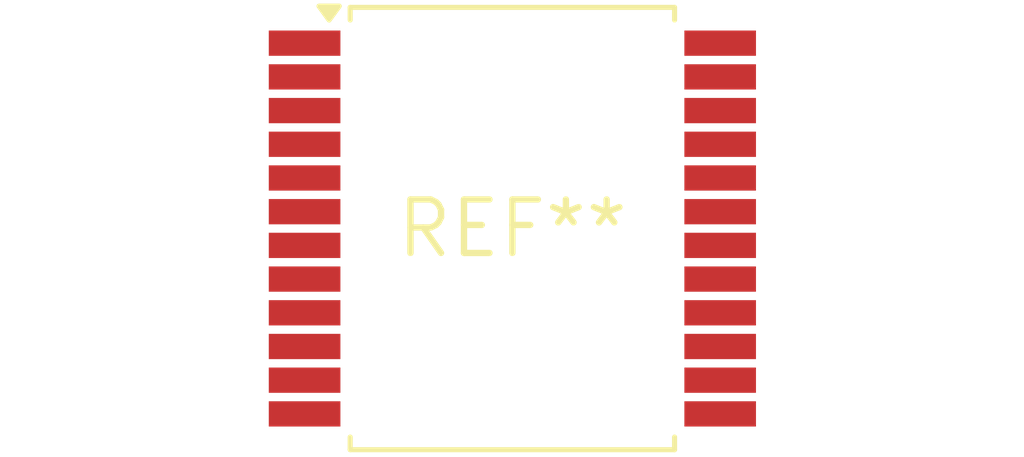
<source format=kicad_pcb>
(kicad_pcb (version 20240108) (generator pcbnew)
  (layers (0 "F.Cu" signal) (31 "B.Cu" signal) (34 "B.Paste" user) (35 "F.Paste" user) (36 "B.SilkS" user "B.Silkscreen") (37 "F.SilkS" user "F.Silkscreen") (38 "B.Mask" user) (39 "F.Mask" user) (44 "Edge.Cuts" user))
  (net 0 "")
  (footprint "ST_PowerSSO-24_SlugUp" (layer "F.Cu") (at 0 0)
    (property "Reference" "REF**")
    (property "Value" "ST_PowerSSO-24_SlugUp")
    (fp_line (start -3.85 -5.25) (end -3.85 -4.95) (layer "F.SilkS") (stroke (width 0.12)))
    (fp_line (start -3.85 5.25) (end -3.85 4.95) (layer "F.SilkS") (stroke (width 0.12)))
    (fp_line (start 3.85 -5.25) (end -3.85 -5.25) (layer "F.SilkS") (stroke (width 0.12)))
    (fp_line (start 3.85 -5.25) (end 3.85 -4.95) (layer "F.SilkS") (stroke (width 0.12)))
    (fp_line (start 3.85 5.25) (end -3.85 5.25) (layer "F.SilkS") (stroke (width 0.12)))
    (fp_line (start 3.85 5.25) (end 3.85 4.95) (layer "F.SilkS") (stroke (width 0.12)))
    (fp_poly (pts (xy -4.35 -4.95) (xy -4.59 -5.28) (xy -4.11 -5.28) (xy -4.35 -4.95)) (layer "F.SilkS") (stroke (width 0.12)) (fill solid))
    (pad "1" smd rect (at -4.9325 -4.4) (size 1.7 0.6) (layers "F.Cu" "F.Paste" "F.Mask"))
    (pad "2" smd rect (at -4.9325 -3.6) (size 1.7 0.6) (layers "F.Cu" "F.Paste" "F.Mask"))
    (pad "3" smd rect (at -4.9325 -2.8) (size 1.7 0.6) (layers "F.Cu" "F.Paste" "F.Mask"))
    (pad "4" smd rect (at -4.9325 -2) (size 1.7 0.6) (layers "F.Cu" "F.Paste" "F.Mask"))
    (pad "5" smd rect (at -4.9325 -1.2) (size 1.7 0.6) (layers "F.Cu" "F.Paste" "F.Mask"))
    (pad "6" smd rect (at -4.9325 -0.4) (size 1.7 0.6) (layers "F.Cu" "F.Paste" "F.Mask"))
    (pad "7" smd rect (at -4.9325 0.4) (size 1.7 0.6) (layers "F.Cu" "F.Paste" "F.Mask"))
    (pad "8" smd rect (at -4.9325 1.2) (size 1.7 0.6) (layers "F.Cu" "F.Paste" "F.Mask"))
    (pad "9" smd rect (at -4.9325 2) (size 1.7 0.6) (layers "F.Cu" "F.Paste" "F.Mask"))
    (pad "10" smd rect (at -4.9325 2.8) (size 1.7 0.6) (layers "F.Cu" "F.Paste" "F.Mask"))
    (pad "11" smd rect (at -4.9325 3.6) (size 1.7 0.6) (layers "F.Cu" "F.Paste" "F.Mask"))
    (pad "12" smd rect (at -4.9325 4.4) (size 1.7 0.6) (layers "F.Cu" "F.Paste" "F.Mask"))
    (pad "13" smd rect (at 4.9325 4.4) (size 1.7 0.6) (layers "F.Cu" "F.Paste" "F.Mask"))
    (pad "14" smd rect (at 4.9325 3.6) (size 1.7 0.6) (layers "F.Cu" "F.Paste" "F.Mask"))
    (pad "15" smd rect (at 4.9325 2.8) (size 1.7 0.6) (layers "F.Cu" "F.Paste" "F.Mask"))
    (pad "16" smd rect (at 4.9325 2) (size 1.7 0.6) (layers "F.Cu" "F.Paste" "F.Mask"))
    (pad "17" smd rect (at 4.9325 1.2) (size 1.7 0.6) (layers "F.Cu" "F.Paste" "F.Mask"))
    (pad "18" smd rect (at 4.9325 0.4) (size 1.7 0.6) (layers "F.Cu" "F.Paste" "F.Mask"))
    (pad "19" smd rect (at 4.9325 -0.4) (size 1.7 0.6) (layers "F.Cu" "F.Paste" "F.Mask"))
    (pad "20" smd rect (at 4.9325 -1.2) (size 1.7 0.6) (layers "F.Cu" "F.Paste" "F.Mask"))
    (pad "21" smd rect (at 4.9325 -2) (size 1.7 0.6) (layers "F.Cu" "F.Paste" "F.Mask"))
    (pad "22" smd rect (at 4.9325 -2.8) (size 1.7 0.6) (layers "F.Cu" "F.Paste" "F.Mask"))
    (pad "23" smd rect (at 4.9325 -3.6) (size 1.7 0.6) (layers "F.Cu" "F.Paste" "F.Mask"))
    (pad "24" smd rect (at 4.9325 -4.4) (size 1.7 0.6) (layers "F.Cu" "F.Paste" "F.Mask"))
  )
)
</source>
